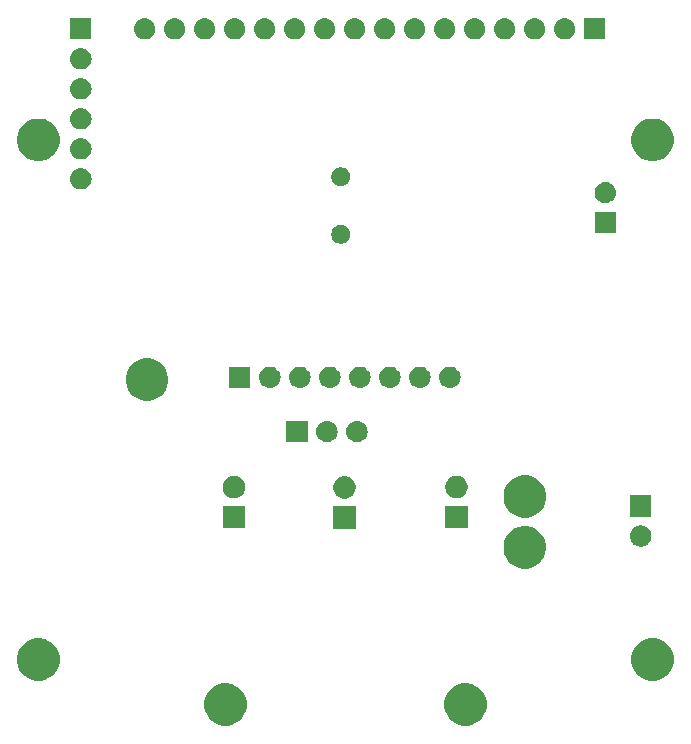
<source format=gbr>
G04 #@! TF.GenerationSoftware,KiCad,Pcbnew,(5.0.2)-1*
G04 #@! TF.CreationDate,2019-02-28T10:09:49+00:00*
G04 #@! TF.ProjectId,AircraftDataLogger,41697263-7261-4667-9444-6174614c6f67,rev?*
G04 #@! TF.SameCoordinates,Original*
G04 #@! TF.FileFunction,Soldermask,Bot*
G04 #@! TF.FilePolarity,Negative*
%FSLAX46Y46*%
G04 Gerber Fmt 4.6, Leading zero omitted, Abs format (unit mm)*
G04 Created by KiCad (PCBNEW (5.0.2)-1) date 28/02/2019 10:09:49*
%MOMM*%
%LPD*%
G01*
G04 APERTURE LIST*
%ADD10C,0.100000*%
G04 APERTURE END LIST*
D10*
G36*
X88885331Y-105068211D02*
X89213092Y-105203974D01*
X89508073Y-105401074D01*
X89758926Y-105651927D01*
X89956026Y-105946908D01*
X90091789Y-106274669D01*
X90161000Y-106622616D01*
X90161000Y-106977384D01*
X90091789Y-107325331D01*
X89956026Y-107653092D01*
X89758926Y-107948073D01*
X89508073Y-108198926D01*
X89213092Y-108396026D01*
X88885331Y-108531789D01*
X88537384Y-108601000D01*
X88182616Y-108601000D01*
X87834669Y-108531789D01*
X87506908Y-108396026D01*
X87211927Y-108198926D01*
X86961074Y-107948073D01*
X86763974Y-107653092D01*
X86628211Y-107325331D01*
X86559000Y-106977384D01*
X86559000Y-106622616D01*
X86628211Y-106274669D01*
X86763974Y-105946908D01*
X86961074Y-105651927D01*
X87211927Y-105401074D01*
X87506908Y-105203974D01*
X87834669Y-105068211D01*
X88182616Y-104999000D01*
X88537384Y-104999000D01*
X88885331Y-105068211D01*
X88885331Y-105068211D01*
G37*
G36*
X68565331Y-105068211D02*
X68893092Y-105203974D01*
X69188073Y-105401074D01*
X69438926Y-105651927D01*
X69636026Y-105946908D01*
X69771789Y-106274669D01*
X69841000Y-106622616D01*
X69841000Y-106977384D01*
X69771789Y-107325331D01*
X69636026Y-107653092D01*
X69438926Y-107948073D01*
X69188073Y-108198926D01*
X68893092Y-108396026D01*
X68565331Y-108531789D01*
X68217384Y-108601000D01*
X67862616Y-108601000D01*
X67514669Y-108531789D01*
X67186908Y-108396026D01*
X66891927Y-108198926D01*
X66641074Y-107948073D01*
X66443974Y-107653092D01*
X66308211Y-107325331D01*
X66239000Y-106977384D01*
X66239000Y-106622616D01*
X66308211Y-106274669D01*
X66443974Y-105946908D01*
X66641074Y-105651927D01*
X66891927Y-105401074D01*
X67186908Y-105203974D01*
X67514669Y-105068211D01*
X67862616Y-104999000D01*
X68217384Y-104999000D01*
X68565331Y-105068211D01*
X68565331Y-105068211D01*
G37*
G36*
X104725331Y-101268211D02*
X105053092Y-101403974D01*
X105348073Y-101601074D01*
X105598926Y-101851927D01*
X105796026Y-102146908D01*
X105931789Y-102474669D01*
X106001000Y-102822616D01*
X106001000Y-103177384D01*
X105931789Y-103525331D01*
X105796026Y-103853092D01*
X105598926Y-104148073D01*
X105348073Y-104398926D01*
X105053092Y-104596026D01*
X104725331Y-104731789D01*
X104377384Y-104801000D01*
X104022616Y-104801000D01*
X103674669Y-104731789D01*
X103346908Y-104596026D01*
X103051927Y-104398926D01*
X102801074Y-104148073D01*
X102603974Y-103853092D01*
X102468211Y-103525331D01*
X102399000Y-103177384D01*
X102399000Y-102822616D01*
X102468211Y-102474669D01*
X102603974Y-102146908D01*
X102801074Y-101851927D01*
X103051927Y-101601074D01*
X103346908Y-101403974D01*
X103674669Y-101268211D01*
X104022616Y-101199000D01*
X104377384Y-101199000D01*
X104725331Y-101268211D01*
X104725331Y-101268211D01*
G37*
G36*
X52725331Y-101268211D02*
X53053092Y-101403974D01*
X53348073Y-101601074D01*
X53598926Y-101851927D01*
X53796026Y-102146908D01*
X53931789Y-102474669D01*
X54001000Y-102822616D01*
X54001000Y-103177384D01*
X53931789Y-103525331D01*
X53796026Y-103853092D01*
X53598926Y-104148073D01*
X53348073Y-104398926D01*
X53053092Y-104596026D01*
X52725331Y-104731789D01*
X52377384Y-104801000D01*
X52022616Y-104801000D01*
X51674669Y-104731789D01*
X51346908Y-104596026D01*
X51051927Y-104398926D01*
X50801074Y-104148073D01*
X50603974Y-103853092D01*
X50468211Y-103525331D01*
X50399000Y-103177384D01*
X50399000Y-102822616D01*
X50468211Y-102474669D01*
X50603974Y-102146908D01*
X50801074Y-101851927D01*
X51051927Y-101601074D01*
X51346908Y-101403974D01*
X51674669Y-101268211D01*
X52022616Y-101199000D01*
X52377384Y-101199000D01*
X52725331Y-101268211D01*
X52725331Y-101268211D01*
G37*
G36*
X93925331Y-91768211D02*
X94253092Y-91903974D01*
X94548073Y-92101074D01*
X94798926Y-92351927D01*
X94996026Y-92646908D01*
X95131789Y-92974669D01*
X95201000Y-93322616D01*
X95201000Y-93677384D01*
X95131789Y-94025331D01*
X94996026Y-94353092D01*
X94798926Y-94648073D01*
X94548073Y-94898926D01*
X94253092Y-95096026D01*
X93925331Y-95231789D01*
X93577384Y-95301000D01*
X93222616Y-95301000D01*
X92874669Y-95231789D01*
X92546908Y-95096026D01*
X92251927Y-94898926D01*
X92001074Y-94648073D01*
X91803974Y-94353092D01*
X91668211Y-94025331D01*
X91599000Y-93677384D01*
X91599000Y-93322616D01*
X91668211Y-92974669D01*
X91803974Y-92646908D01*
X92001074Y-92351927D01*
X92251927Y-92101074D01*
X92546908Y-91903974D01*
X92874669Y-91768211D01*
X93222616Y-91699000D01*
X93577384Y-91699000D01*
X93925331Y-91768211D01*
X93925331Y-91768211D01*
G37*
G36*
X103310442Y-91645518D02*
X103376627Y-91652037D01*
X103489853Y-91686384D01*
X103546467Y-91703557D01*
X103667424Y-91768211D01*
X103702991Y-91787222D01*
X103738729Y-91816552D01*
X103840186Y-91899814D01*
X103923448Y-92001271D01*
X103952778Y-92037009D01*
X103952779Y-92037011D01*
X104036443Y-92193533D01*
X104036443Y-92193534D01*
X104087963Y-92363373D01*
X104105359Y-92540000D01*
X104087963Y-92716627D01*
X104053616Y-92829853D01*
X104036443Y-92886467D01*
X103989298Y-92974668D01*
X103952778Y-93042991D01*
X103923448Y-93078729D01*
X103840186Y-93180186D01*
X103738729Y-93263448D01*
X103702991Y-93292778D01*
X103702989Y-93292779D01*
X103546467Y-93376443D01*
X103489853Y-93393616D01*
X103376627Y-93427963D01*
X103310443Y-93434481D01*
X103244260Y-93441000D01*
X103155740Y-93441000D01*
X103089557Y-93434481D01*
X103023373Y-93427963D01*
X102910147Y-93393616D01*
X102853533Y-93376443D01*
X102697011Y-93292779D01*
X102697009Y-93292778D01*
X102661271Y-93263448D01*
X102559814Y-93180186D01*
X102476552Y-93078729D01*
X102447222Y-93042991D01*
X102410702Y-92974668D01*
X102363557Y-92886467D01*
X102346384Y-92829853D01*
X102312037Y-92716627D01*
X102294641Y-92540000D01*
X102312037Y-92363373D01*
X102363557Y-92193534D01*
X102363557Y-92193533D01*
X102447221Y-92037011D01*
X102447222Y-92037009D01*
X102476552Y-92001271D01*
X102559814Y-91899814D01*
X102661271Y-91816552D01*
X102697009Y-91787222D01*
X102732576Y-91768211D01*
X102853533Y-91703557D01*
X102910147Y-91686384D01*
X103023373Y-91652037D01*
X103089558Y-91645518D01*
X103155740Y-91639000D01*
X103244260Y-91639000D01*
X103310442Y-91645518D01*
X103310442Y-91645518D01*
G37*
G36*
X79075000Y-91915600D02*
X77173000Y-91915600D01*
X77173000Y-90013600D01*
X79075000Y-90013600D01*
X79075000Y-91915600D01*
X79075000Y-91915600D01*
G37*
G36*
X69701000Y-91901000D02*
X67799000Y-91901000D01*
X67799000Y-89999000D01*
X69701000Y-89999000D01*
X69701000Y-91901000D01*
X69701000Y-91901000D01*
G37*
G36*
X88551000Y-91901000D02*
X86649000Y-91901000D01*
X86649000Y-89999000D01*
X88551000Y-89999000D01*
X88551000Y-91901000D01*
X88551000Y-91901000D01*
G37*
G36*
X93925331Y-87468211D02*
X94253092Y-87603974D01*
X94548073Y-87801074D01*
X94798926Y-88051927D01*
X94996026Y-88346908D01*
X95131789Y-88674669D01*
X95201000Y-89022616D01*
X95201000Y-89377384D01*
X95131789Y-89725331D01*
X94996026Y-90053092D01*
X94798926Y-90348073D01*
X94548073Y-90598926D01*
X94253092Y-90796026D01*
X93925331Y-90931789D01*
X93577384Y-91001000D01*
X93222616Y-91001000D01*
X92874669Y-90931789D01*
X92546908Y-90796026D01*
X92251927Y-90598926D01*
X92001074Y-90348073D01*
X91803974Y-90053092D01*
X91668211Y-89725331D01*
X91599000Y-89377384D01*
X91599000Y-89022616D01*
X91668211Y-88674669D01*
X91803974Y-88346908D01*
X92001074Y-88051927D01*
X92251927Y-87801074D01*
X92546908Y-87603974D01*
X92874669Y-87468211D01*
X93222616Y-87399000D01*
X93577384Y-87399000D01*
X93925331Y-87468211D01*
X93925331Y-87468211D01*
G37*
G36*
X104101000Y-90901000D02*
X102299000Y-90901000D01*
X102299000Y-89099000D01*
X104101000Y-89099000D01*
X104101000Y-90901000D01*
X104101000Y-90901000D01*
G37*
G36*
X78401396Y-87510146D02*
X78574466Y-87581834D01*
X78730230Y-87685912D01*
X78862688Y-87818370D01*
X78966766Y-87974134D01*
X79038454Y-88147204D01*
X79075000Y-88330933D01*
X79075000Y-88518267D01*
X79038454Y-88701996D01*
X78966766Y-88875066D01*
X78862688Y-89030830D01*
X78730230Y-89163288D01*
X78574466Y-89267366D01*
X78401396Y-89339054D01*
X78217667Y-89375600D01*
X78030333Y-89375600D01*
X77846604Y-89339054D01*
X77673534Y-89267366D01*
X77517770Y-89163288D01*
X77385312Y-89030830D01*
X77281234Y-88875066D01*
X77209546Y-88701996D01*
X77173000Y-88518267D01*
X77173000Y-88330933D01*
X77209546Y-88147204D01*
X77281234Y-87974134D01*
X77385312Y-87818370D01*
X77517770Y-87685912D01*
X77673534Y-87581834D01*
X77846604Y-87510146D01*
X78030333Y-87473600D01*
X78217667Y-87473600D01*
X78401396Y-87510146D01*
X78401396Y-87510146D01*
G37*
G36*
X87877396Y-87495546D02*
X88050466Y-87567234D01*
X88206230Y-87671312D01*
X88338688Y-87803770D01*
X88442766Y-87959534D01*
X88514454Y-88132604D01*
X88551000Y-88316333D01*
X88551000Y-88503667D01*
X88514454Y-88687396D01*
X88442766Y-88860466D01*
X88338688Y-89016230D01*
X88206230Y-89148688D01*
X88050466Y-89252766D01*
X87877396Y-89324454D01*
X87693667Y-89361000D01*
X87506333Y-89361000D01*
X87322604Y-89324454D01*
X87149534Y-89252766D01*
X86993770Y-89148688D01*
X86861312Y-89016230D01*
X86757234Y-88860466D01*
X86685546Y-88687396D01*
X86649000Y-88503667D01*
X86649000Y-88316333D01*
X86685546Y-88132604D01*
X86757234Y-87959534D01*
X86861312Y-87803770D01*
X86993770Y-87671312D01*
X87149534Y-87567234D01*
X87322604Y-87495546D01*
X87506333Y-87459000D01*
X87693667Y-87459000D01*
X87877396Y-87495546D01*
X87877396Y-87495546D01*
G37*
G36*
X69027396Y-87495546D02*
X69200466Y-87567234D01*
X69356230Y-87671312D01*
X69488688Y-87803770D01*
X69592766Y-87959534D01*
X69664454Y-88132604D01*
X69701000Y-88316333D01*
X69701000Y-88503667D01*
X69664454Y-88687396D01*
X69592766Y-88860466D01*
X69488688Y-89016230D01*
X69356230Y-89148688D01*
X69200466Y-89252766D01*
X69027396Y-89324454D01*
X68843667Y-89361000D01*
X68656333Y-89361000D01*
X68472604Y-89324454D01*
X68299534Y-89252766D01*
X68143770Y-89148688D01*
X68011312Y-89016230D01*
X67907234Y-88860466D01*
X67835546Y-88687396D01*
X67799000Y-88503667D01*
X67799000Y-88316333D01*
X67835546Y-88132604D01*
X67907234Y-87959534D01*
X68011312Y-87803770D01*
X68143770Y-87671312D01*
X68299534Y-87567234D01*
X68472604Y-87495546D01*
X68656333Y-87459000D01*
X68843667Y-87459000D01*
X69027396Y-87495546D01*
X69027396Y-87495546D01*
G37*
G36*
X75001000Y-84601000D02*
X73199000Y-84601000D01*
X73199000Y-82799000D01*
X75001000Y-82799000D01*
X75001000Y-84601000D01*
X75001000Y-84601000D01*
G37*
G36*
X76750443Y-82805519D02*
X76816627Y-82812037D01*
X76929853Y-82846384D01*
X76986467Y-82863557D01*
X77125087Y-82937652D01*
X77142991Y-82947222D01*
X77178729Y-82976552D01*
X77280186Y-83059814D01*
X77363448Y-83161271D01*
X77392778Y-83197009D01*
X77392779Y-83197011D01*
X77476443Y-83353533D01*
X77476443Y-83353534D01*
X77527963Y-83523373D01*
X77545359Y-83700000D01*
X77527963Y-83876627D01*
X77493616Y-83989853D01*
X77476443Y-84046467D01*
X77402348Y-84185087D01*
X77392778Y-84202991D01*
X77363448Y-84238729D01*
X77280186Y-84340186D01*
X77178729Y-84423448D01*
X77142991Y-84452778D01*
X77142989Y-84452779D01*
X76986467Y-84536443D01*
X76929853Y-84553616D01*
X76816627Y-84587963D01*
X76750442Y-84594482D01*
X76684260Y-84601000D01*
X76595740Y-84601000D01*
X76529558Y-84594482D01*
X76463373Y-84587963D01*
X76350147Y-84553616D01*
X76293533Y-84536443D01*
X76137011Y-84452779D01*
X76137009Y-84452778D01*
X76101271Y-84423448D01*
X75999814Y-84340186D01*
X75916552Y-84238729D01*
X75887222Y-84202991D01*
X75877652Y-84185087D01*
X75803557Y-84046467D01*
X75786384Y-83989853D01*
X75752037Y-83876627D01*
X75734641Y-83700000D01*
X75752037Y-83523373D01*
X75803557Y-83353534D01*
X75803557Y-83353533D01*
X75887221Y-83197011D01*
X75887222Y-83197009D01*
X75916552Y-83161271D01*
X75999814Y-83059814D01*
X76101271Y-82976552D01*
X76137009Y-82947222D01*
X76154913Y-82937652D01*
X76293533Y-82863557D01*
X76350147Y-82846384D01*
X76463373Y-82812037D01*
X76529557Y-82805519D01*
X76595740Y-82799000D01*
X76684260Y-82799000D01*
X76750443Y-82805519D01*
X76750443Y-82805519D01*
G37*
G36*
X79290443Y-82805519D02*
X79356627Y-82812037D01*
X79469853Y-82846384D01*
X79526467Y-82863557D01*
X79665087Y-82937652D01*
X79682991Y-82947222D01*
X79718729Y-82976552D01*
X79820186Y-83059814D01*
X79903448Y-83161271D01*
X79932778Y-83197009D01*
X79932779Y-83197011D01*
X80016443Y-83353533D01*
X80016443Y-83353534D01*
X80067963Y-83523373D01*
X80085359Y-83700000D01*
X80067963Y-83876627D01*
X80033616Y-83989853D01*
X80016443Y-84046467D01*
X79942348Y-84185087D01*
X79932778Y-84202991D01*
X79903448Y-84238729D01*
X79820186Y-84340186D01*
X79718729Y-84423448D01*
X79682991Y-84452778D01*
X79682989Y-84452779D01*
X79526467Y-84536443D01*
X79469853Y-84553616D01*
X79356627Y-84587963D01*
X79290442Y-84594482D01*
X79224260Y-84601000D01*
X79135740Y-84601000D01*
X79069558Y-84594482D01*
X79003373Y-84587963D01*
X78890147Y-84553616D01*
X78833533Y-84536443D01*
X78677011Y-84452779D01*
X78677009Y-84452778D01*
X78641271Y-84423448D01*
X78539814Y-84340186D01*
X78456552Y-84238729D01*
X78427222Y-84202991D01*
X78417652Y-84185087D01*
X78343557Y-84046467D01*
X78326384Y-83989853D01*
X78292037Y-83876627D01*
X78274641Y-83700000D01*
X78292037Y-83523373D01*
X78343557Y-83353534D01*
X78343557Y-83353533D01*
X78427221Y-83197011D01*
X78427222Y-83197009D01*
X78456552Y-83161271D01*
X78539814Y-83059814D01*
X78641271Y-82976552D01*
X78677009Y-82947222D01*
X78694913Y-82937652D01*
X78833533Y-82863557D01*
X78890147Y-82846384D01*
X79003373Y-82812037D01*
X79069557Y-82805519D01*
X79135740Y-82799000D01*
X79224260Y-82799000D01*
X79290443Y-82805519D01*
X79290443Y-82805519D01*
G37*
G36*
X61925331Y-77568211D02*
X62253092Y-77703974D01*
X62548073Y-77901074D01*
X62798926Y-78151927D01*
X62996026Y-78446908D01*
X63131789Y-78774669D01*
X63201000Y-79122616D01*
X63201000Y-79477384D01*
X63131789Y-79825331D01*
X62996026Y-80153092D01*
X62798926Y-80448073D01*
X62548073Y-80698926D01*
X62253092Y-80896026D01*
X61925331Y-81031789D01*
X61577384Y-81101000D01*
X61222616Y-81101000D01*
X60874669Y-81031789D01*
X60546908Y-80896026D01*
X60251927Y-80698926D01*
X60001074Y-80448073D01*
X59803974Y-80153092D01*
X59668211Y-79825331D01*
X59599000Y-79477384D01*
X59599000Y-79122616D01*
X59668211Y-78774669D01*
X59803974Y-78446908D01*
X60001074Y-78151927D01*
X60251927Y-77901074D01*
X60546908Y-77703974D01*
X60874669Y-77568211D01*
X61222616Y-77499000D01*
X61577384Y-77499000D01*
X61925331Y-77568211D01*
X61925331Y-77568211D01*
G37*
G36*
X70161000Y-80001000D02*
X68359000Y-80001000D01*
X68359000Y-78199000D01*
X70161000Y-78199000D01*
X70161000Y-80001000D01*
X70161000Y-80001000D01*
G37*
G36*
X71910442Y-78205518D02*
X71976627Y-78212037D01*
X72089853Y-78246384D01*
X72146467Y-78263557D01*
X72285087Y-78337652D01*
X72302991Y-78347222D01*
X72338729Y-78376552D01*
X72440186Y-78459814D01*
X72523448Y-78561271D01*
X72552778Y-78597009D01*
X72552779Y-78597011D01*
X72636443Y-78753533D01*
X72636443Y-78753534D01*
X72687963Y-78923373D01*
X72705359Y-79100000D01*
X72687963Y-79276627D01*
X72653616Y-79389853D01*
X72636443Y-79446467D01*
X72619917Y-79477384D01*
X72552778Y-79602991D01*
X72523448Y-79638729D01*
X72440186Y-79740186D01*
X72338729Y-79823448D01*
X72302991Y-79852778D01*
X72302989Y-79852779D01*
X72146467Y-79936443D01*
X72089853Y-79953616D01*
X71976627Y-79987963D01*
X71910442Y-79994482D01*
X71844260Y-80001000D01*
X71755740Y-80001000D01*
X71689558Y-79994482D01*
X71623373Y-79987963D01*
X71510147Y-79953616D01*
X71453533Y-79936443D01*
X71297011Y-79852779D01*
X71297009Y-79852778D01*
X71261271Y-79823448D01*
X71159814Y-79740186D01*
X71076552Y-79638729D01*
X71047222Y-79602991D01*
X70980083Y-79477384D01*
X70963557Y-79446467D01*
X70946384Y-79389853D01*
X70912037Y-79276627D01*
X70894641Y-79100000D01*
X70912037Y-78923373D01*
X70963557Y-78753534D01*
X70963557Y-78753533D01*
X71047221Y-78597011D01*
X71047222Y-78597009D01*
X71076552Y-78561271D01*
X71159814Y-78459814D01*
X71261271Y-78376552D01*
X71297009Y-78347222D01*
X71314913Y-78337652D01*
X71453533Y-78263557D01*
X71510147Y-78246384D01*
X71623373Y-78212037D01*
X71689558Y-78205518D01*
X71755740Y-78199000D01*
X71844260Y-78199000D01*
X71910442Y-78205518D01*
X71910442Y-78205518D01*
G37*
G36*
X74450442Y-78205518D02*
X74516627Y-78212037D01*
X74629853Y-78246384D01*
X74686467Y-78263557D01*
X74825087Y-78337652D01*
X74842991Y-78347222D01*
X74878729Y-78376552D01*
X74980186Y-78459814D01*
X75063448Y-78561271D01*
X75092778Y-78597009D01*
X75092779Y-78597011D01*
X75176443Y-78753533D01*
X75176443Y-78753534D01*
X75227963Y-78923373D01*
X75245359Y-79100000D01*
X75227963Y-79276627D01*
X75193616Y-79389853D01*
X75176443Y-79446467D01*
X75159917Y-79477384D01*
X75092778Y-79602991D01*
X75063448Y-79638729D01*
X74980186Y-79740186D01*
X74878729Y-79823448D01*
X74842991Y-79852778D01*
X74842989Y-79852779D01*
X74686467Y-79936443D01*
X74629853Y-79953616D01*
X74516627Y-79987963D01*
X74450442Y-79994482D01*
X74384260Y-80001000D01*
X74295740Y-80001000D01*
X74229558Y-79994482D01*
X74163373Y-79987963D01*
X74050147Y-79953616D01*
X73993533Y-79936443D01*
X73837011Y-79852779D01*
X73837009Y-79852778D01*
X73801271Y-79823448D01*
X73699814Y-79740186D01*
X73616552Y-79638729D01*
X73587222Y-79602991D01*
X73520083Y-79477384D01*
X73503557Y-79446467D01*
X73486384Y-79389853D01*
X73452037Y-79276627D01*
X73434641Y-79100000D01*
X73452037Y-78923373D01*
X73503557Y-78753534D01*
X73503557Y-78753533D01*
X73587221Y-78597011D01*
X73587222Y-78597009D01*
X73616552Y-78561271D01*
X73699814Y-78459814D01*
X73801271Y-78376552D01*
X73837009Y-78347222D01*
X73854913Y-78337652D01*
X73993533Y-78263557D01*
X74050147Y-78246384D01*
X74163373Y-78212037D01*
X74229558Y-78205518D01*
X74295740Y-78199000D01*
X74384260Y-78199000D01*
X74450442Y-78205518D01*
X74450442Y-78205518D01*
G37*
G36*
X76990442Y-78205518D02*
X77056627Y-78212037D01*
X77169853Y-78246384D01*
X77226467Y-78263557D01*
X77365087Y-78337652D01*
X77382991Y-78347222D01*
X77418729Y-78376552D01*
X77520186Y-78459814D01*
X77603448Y-78561271D01*
X77632778Y-78597009D01*
X77632779Y-78597011D01*
X77716443Y-78753533D01*
X77716443Y-78753534D01*
X77767963Y-78923373D01*
X77785359Y-79100000D01*
X77767963Y-79276627D01*
X77733616Y-79389853D01*
X77716443Y-79446467D01*
X77699917Y-79477384D01*
X77632778Y-79602991D01*
X77603448Y-79638729D01*
X77520186Y-79740186D01*
X77418729Y-79823448D01*
X77382991Y-79852778D01*
X77382989Y-79852779D01*
X77226467Y-79936443D01*
X77169853Y-79953616D01*
X77056627Y-79987963D01*
X76990442Y-79994482D01*
X76924260Y-80001000D01*
X76835740Y-80001000D01*
X76769558Y-79994482D01*
X76703373Y-79987963D01*
X76590147Y-79953616D01*
X76533533Y-79936443D01*
X76377011Y-79852779D01*
X76377009Y-79852778D01*
X76341271Y-79823448D01*
X76239814Y-79740186D01*
X76156552Y-79638729D01*
X76127222Y-79602991D01*
X76060083Y-79477384D01*
X76043557Y-79446467D01*
X76026384Y-79389853D01*
X75992037Y-79276627D01*
X75974641Y-79100000D01*
X75992037Y-78923373D01*
X76043557Y-78753534D01*
X76043557Y-78753533D01*
X76127221Y-78597011D01*
X76127222Y-78597009D01*
X76156552Y-78561271D01*
X76239814Y-78459814D01*
X76341271Y-78376552D01*
X76377009Y-78347222D01*
X76394913Y-78337652D01*
X76533533Y-78263557D01*
X76590147Y-78246384D01*
X76703373Y-78212037D01*
X76769558Y-78205518D01*
X76835740Y-78199000D01*
X76924260Y-78199000D01*
X76990442Y-78205518D01*
X76990442Y-78205518D01*
G37*
G36*
X79530442Y-78205518D02*
X79596627Y-78212037D01*
X79709853Y-78246384D01*
X79766467Y-78263557D01*
X79905087Y-78337652D01*
X79922991Y-78347222D01*
X79958729Y-78376552D01*
X80060186Y-78459814D01*
X80143448Y-78561271D01*
X80172778Y-78597009D01*
X80172779Y-78597011D01*
X80256443Y-78753533D01*
X80256443Y-78753534D01*
X80307963Y-78923373D01*
X80325359Y-79100000D01*
X80307963Y-79276627D01*
X80273616Y-79389853D01*
X80256443Y-79446467D01*
X80239917Y-79477384D01*
X80172778Y-79602991D01*
X80143448Y-79638729D01*
X80060186Y-79740186D01*
X79958729Y-79823448D01*
X79922991Y-79852778D01*
X79922989Y-79852779D01*
X79766467Y-79936443D01*
X79709853Y-79953616D01*
X79596627Y-79987963D01*
X79530442Y-79994482D01*
X79464260Y-80001000D01*
X79375740Y-80001000D01*
X79309558Y-79994482D01*
X79243373Y-79987963D01*
X79130147Y-79953616D01*
X79073533Y-79936443D01*
X78917011Y-79852779D01*
X78917009Y-79852778D01*
X78881271Y-79823448D01*
X78779814Y-79740186D01*
X78696552Y-79638729D01*
X78667222Y-79602991D01*
X78600083Y-79477384D01*
X78583557Y-79446467D01*
X78566384Y-79389853D01*
X78532037Y-79276627D01*
X78514641Y-79100000D01*
X78532037Y-78923373D01*
X78583557Y-78753534D01*
X78583557Y-78753533D01*
X78667221Y-78597011D01*
X78667222Y-78597009D01*
X78696552Y-78561271D01*
X78779814Y-78459814D01*
X78881271Y-78376552D01*
X78917009Y-78347222D01*
X78934913Y-78337652D01*
X79073533Y-78263557D01*
X79130147Y-78246384D01*
X79243373Y-78212037D01*
X79309558Y-78205518D01*
X79375740Y-78199000D01*
X79464260Y-78199000D01*
X79530442Y-78205518D01*
X79530442Y-78205518D01*
G37*
G36*
X82070442Y-78205518D02*
X82136627Y-78212037D01*
X82249853Y-78246384D01*
X82306467Y-78263557D01*
X82445087Y-78337652D01*
X82462991Y-78347222D01*
X82498729Y-78376552D01*
X82600186Y-78459814D01*
X82683448Y-78561271D01*
X82712778Y-78597009D01*
X82712779Y-78597011D01*
X82796443Y-78753533D01*
X82796443Y-78753534D01*
X82847963Y-78923373D01*
X82865359Y-79100000D01*
X82847963Y-79276627D01*
X82813616Y-79389853D01*
X82796443Y-79446467D01*
X82779917Y-79477384D01*
X82712778Y-79602991D01*
X82683448Y-79638729D01*
X82600186Y-79740186D01*
X82498729Y-79823448D01*
X82462991Y-79852778D01*
X82462989Y-79852779D01*
X82306467Y-79936443D01*
X82249853Y-79953616D01*
X82136627Y-79987963D01*
X82070442Y-79994482D01*
X82004260Y-80001000D01*
X81915740Y-80001000D01*
X81849558Y-79994482D01*
X81783373Y-79987963D01*
X81670147Y-79953616D01*
X81613533Y-79936443D01*
X81457011Y-79852779D01*
X81457009Y-79852778D01*
X81421271Y-79823448D01*
X81319814Y-79740186D01*
X81236552Y-79638729D01*
X81207222Y-79602991D01*
X81140083Y-79477384D01*
X81123557Y-79446467D01*
X81106384Y-79389853D01*
X81072037Y-79276627D01*
X81054641Y-79100000D01*
X81072037Y-78923373D01*
X81123557Y-78753534D01*
X81123557Y-78753533D01*
X81207221Y-78597011D01*
X81207222Y-78597009D01*
X81236552Y-78561271D01*
X81319814Y-78459814D01*
X81421271Y-78376552D01*
X81457009Y-78347222D01*
X81474913Y-78337652D01*
X81613533Y-78263557D01*
X81670147Y-78246384D01*
X81783373Y-78212037D01*
X81849558Y-78205518D01*
X81915740Y-78199000D01*
X82004260Y-78199000D01*
X82070442Y-78205518D01*
X82070442Y-78205518D01*
G37*
G36*
X84610442Y-78205518D02*
X84676627Y-78212037D01*
X84789853Y-78246384D01*
X84846467Y-78263557D01*
X84985087Y-78337652D01*
X85002991Y-78347222D01*
X85038729Y-78376552D01*
X85140186Y-78459814D01*
X85223448Y-78561271D01*
X85252778Y-78597009D01*
X85252779Y-78597011D01*
X85336443Y-78753533D01*
X85336443Y-78753534D01*
X85387963Y-78923373D01*
X85405359Y-79100000D01*
X85387963Y-79276627D01*
X85353616Y-79389853D01*
X85336443Y-79446467D01*
X85319917Y-79477384D01*
X85252778Y-79602991D01*
X85223448Y-79638729D01*
X85140186Y-79740186D01*
X85038729Y-79823448D01*
X85002991Y-79852778D01*
X85002989Y-79852779D01*
X84846467Y-79936443D01*
X84789853Y-79953616D01*
X84676627Y-79987963D01*
X84610442Y-79994482D01*
X84544260Y-80001000D01*
X84455740Y-80001000D01*
X84389558Y-79994482D01*
X84323373Y-79987963D01*
X84210147Y-79953616D01*
X84153533Y-79936443D01*
X83997011Y-79852779D01*
X83997009Y-79852778D01*
X83961271Y-79823448D01*
X83859814Y-79740186D01*
X83776552Y-79638729D01*
X83747222Y-79602991D01*
X83680083Y-79477384D01*
X83663557Y-79446467D01*
X83646384Y-79389853D01*
X83612037Y-79276627D01*
X83594641Y-79100000D01*
X83612037Y-78923373D01*
X83663557Y-78753534D01*
X83663557Y-78753533D01*
X83747221Y-78597011D01*
X83747222Y-78597009D01*
X83776552Y-78561271D01*
X83859814Y-78459814D01*
X83961271Y-78376552D01*
X83997009Y-78347222D01*
X84014913Y-78337652D01*
X84153533Y-78263557D01*
X84210147Y-78246384D01*
X84323373Y-78212037D01*
X84389558Y-78205518D01*
X84455740Y-78199000D01*
X84544260Y-78199000D01*
X84610442Y-78205518D01*
X84610442Y-78205518D01*
G37*
G36*
X87150442Y-78205518D02*
X87216627Y-78212037D01*
X87329853Y-78246384D01*
X87386467Y-78263557D01*
X87525087Y-78337652D01*
X87542991Y-78347222D01*
X87578729Y-78376552D01*
X87680186Y-78459814D01*
X87763448Y-78561271D01*
X87792778Y-78597009D01*
X87792779Y-78597011D01*
X87876443Y-78753533D01*
X87876443Y-78753534D01*
X87927963Y-78923373D01*
X87945359Y-79100000D01*
X87927963Y-79276627D01*
X87893616Y-79389853D01*
X87876443Y-79446467D01*
X87859917Y-79477384D01*
X87792778Y-79602991D01*
X87763448Y-79638729D01*
X87680186Y-79740186D01*
X87578729Y-79823448D01*
X87542991Y-79852778D01*
X87542989Y-79852779D01*
X87386467Y-79936443D01*
X87329853Y-79953616D01*
X87216627Y-79987963D01*
X87150442Y-79994482D01*
X87084260Y-80001000D01*
X86995740Y-80001000D01*
X86929558Y-79994482D01*
X86863373Y-79987963D01*
X86750147Y-79953616D01*
X86693533Y-79936443D01*
X86537011Y-79852779D01*
X86537009Y-79852778D01*
X86501271Y-79823448D01*
X86399814Y-79740186D01*
X86316552Y-79638729D01*
X86287222Y-79602991D01*
X86220083Y-79477384D01*
X86203557Y-79446467D01*
X86186384Y-79389853D01*
X86152037Y-79276627D01*
X86134641Y-79100000D01*
X86152037Y-78923373D01*
X86203557Y-78753534D01*
X86203557Y-78753533D01*
X86287221Y-78597011D01*
X86287222Y-78597009D01*
X86316552Y-78561271D01*
X86399814Y-78459814D01*
X86501271Y-78376552D01*
X86537009Y-78347222D01*
X86554913Y-78337652D01*
X86693533Y-78263557D01*
X86750147Y-78246384D01*
X86863373Y-78212037D01*
X86929558Y-78205518D01*
X86995740Y-78199000D01*
X87084260Y-78199000D01*
X87150442Y-78205518D01*
X87150442Y-78205518D01*
G37*
G36*
X78033643Y-66229781D02*
X78179415Y-66290162D01*
X78310611Y-66377824D01*
X78422176Y-66489389D01*
X78509838Y-66620585D01*
X78570219Y-66766357D01*
X78601000Y-66921107D01*
X78601000Y-67078893D01*
X78570219Y-67233643D01*
X78509838Y-67379415D01*
X78422176Y-67510611D01*
X78310611Y-67622176D01*
X78179415Y-67709838D01*
X78033643Y-67770219D01*
X77878893Y-67801000D01*
X77721107Y-67801000D01*
X77566357Y-67770219D01*
X77420585Y-67709838D01*
X77289389Y-67622176D01*
X77177824Y-67510611D01*
X77090162Y-67379415D01*
X77029781Y-67233643D01*
X76999000Y-67078893D01*
X76999000Y-66921107D01*
X77029781Y-66766357D01*
X77090162Y-66620585D01*
X77177824Y-66489389D01*
X77289389Y-66377824D01*
X77420585Y-66290162D01*
X77566357Y-66229781D01*
X77721107Y-66199000D01*
X77878893Y-66199000D01*
X78033643Y-66229781D01*
X78033643Y-66229781D01*
G37*
G36*
X101101000Y-66901000D02*
X99299000Y-66901000D01*
X99299000Y-65099000D01*
X101101000Y-65099000D01*
X101101000Y-66901000D01*
X101101000Y-66901000D01*
G37*
G36*
X100310443Y-62565519D02*
X100376627Y-62572037D01*
X100489853Y-62606384D01*
X100546467Y-62623557D01*
X100685087Y-62697652D01*
X100702991Y-62707222D01*
X100738729Y-62736552D01*
X100840186Y-62819814D01*
X100923226Y-62921000D01*
X100952778Y-62957009D01*
X100952779Y-62957011D01*
X101036443Y-63113533D01*
X101053616Y-63170147D01*
X101087963Y-63283373D01*
X101105359Y-63460000D01*
X101087963Y-63636627D01*
X101053616Y-63749853D01*
X101036443Y-63806467D01*
X100962348Y-63945087D01*
X100952778Y-63962991D01*
X100923448Y-63998729D01*
X100840186Y-64100186D01*
X100738729Y-64183448D01*
X100702991Y-64212778D01*
X100702989Y-64212779D01*
X100546467Y-64296443D01*
X100489853Y-64313616D01*
X100376627Y-64347963D01*
X100310442Y-64354482D01*
X100244260Y-64361000D01*
X100155740Y-64361000D01*
X100089558Y-64354482D01*
X100023373Y-64347963D01*
X99910147Y-64313616D01*
X99853533Y-64296443D01*
X99697011Y-64212779D01*
X99697009Y-64212778D01*
X99661271Y-64183448D01*
X99559814Y-64100186D01*
X99476552Y-63998729D01*
X99447222Y-63962991D01*
X99437652Y-63945087D01*
X99363557Y-63806467D01*
X99346384Y-63749853D01*
X99312037Y-63636627D01*
X99294641Y-63460000D01*
X99312037Y-63283373D01*
X99346384Y-63170147D01*
X99363557Y-63113533D01*
X99447221Y-62957011D01*
X99447222Y-62957009D01*
X99476774Y-62921000D01*
X99559814Y-62819814D01*
X99661271Y-62736552D01*
X99697009Y-62707222D01*
X99714913Y-62697652D01*
X99853533Y-62623557D01*
X99910147Y-62606384D01*
X100023373Y-62572037D01*
X100089557Y-62565519D01*
X100155740Y-62559000D01*
X100244260Y-62559000D01*
X100310443Y-62565519D01*
X100310443Y-62565519D01*
G37*
G36*
X55910442Y-61405518D02*
X55976627Y-61412037D01*
X56089853Y-61446384D01*
X56146467Y-61463557D01*
X56210571Y-61497822D01*
X56302991Y-61547222D01*
X56338729Y-61576552D01*
X56440186Y-61659814D01*
X56506471Y-61740584D01*
X56552778Y-61797009D01*
X56552779Y-61797011D01*
X56636443Y-61953533D01*
X56636443Y-61953534D01*
X56687963Y-62123373D01*
X56705359Y-62300000D01*
X56687963Y-62476627D01*
X56681050Y-62499415D01*
X56636443Y-62646467D01*
X56562348Y-62785087D01*
X56552778Y-62802991D01*
X56530746Y-62829837D01*
X56440186Y-62940186D01*
X56338729Y-63023448D01*
X56302991Y-63052778D01*
X56302989Y-63052779D01*
X56146467Y-63136443D01*
X56089853Y-63153616D01*
X55976627Y-63187963D01*
X55910443Y-63194481D01*
X55844260Y-63201000D01*
X55755740Y-63201000D01*
X55689557Y-63194481D01*
X55623373Y-63187963D01*
X55510147Y-63153616D01*
X55453533Y-63136443D01*
X55297011Y-63052779D01*
X55297009Y-63052778D01*
X55261271Y-63023448D01*
X55159814Y-62940186D01*
X55069254Y-62829837D01*
X55047222Y-62802991D01*
X55037652Y-62785087D01*
X54963557Y-62646467D01*
X54918950Y-62499415D01*
X54912037Y-62476627D01*
X54894641Y-62300000D01*
X54912037Y-62123373D01*
X54963557Y-61953534D01*
X54963557Y-61953533D01*
X55047221Y-61797011D01*
X55047222Y-61797009D01*
X55093529Y-61740584D01*
X55159814Y-61659814D01*
X55261271Y-61576552D01*
X55297009Y-61547222D01*
X55389429Y-61497822D01*
X55453533Y-61463557D01*
X55510147Y-61446384D01*
X55623373Y-61412037D01*
X55689558Y-61405518D01*
X55755740Y-61399000D01*
X55844260Y-61399000D01*
X55910442Y-61405518D01*
X55910442Y-61405518D01*
G37*
G36*
X78033643Y-61349781D02*
X78179415Y-61410162D01*
X78310611Y-61497824D01*
X78422176Y-61609389D01*
X78509838Y-61740585D01*
X78570219Y-61886357D01*
X78601000Y-62041107D01*
X78601000Y-62198893D01*
X78570219Y-62353643D01*
X78509838Y-62499415D01*
X78422176Y-62630611D01*
X78310611Y-62742176D01*
X78179415Y-62829838D01*
X78033643Y-62890219D01*
X77878893Y-62921000D01*
X77721107Y-62921000D01*
X77566357Y-62890219D01*
X77420585Y-62829838D01*
X77289389Y-62742176D01*
X77177824Y-62630611D01*
X77090162Y-62499415D01*
X77029781Y-62353643D01*
X76999000Y-62198893D01*
X76999000Y-62041107D01*
X77029781Y-61886357D01*
X77090162Y-61740585D01*
X77177824Y-61609389D01*
X77289389Y-61497824D01*
X77420585Y-61410162D01*
X77566357Y-61349781D01*
X77721107Y-61319000D01*
X77878893Y-61319000D01*
X78033643Y-61349781D01*
X78033643Y-61349781D01*
G37*
G36*
X52725331Y-57268211D02*
X53053092Y-57403974D01*
X53348073Y-57601074D01*
X53598926Y-57851927D01*
X53796026Y-58146908D01*
X53931789Y-58474669D01*
X54001000Y-58822616D01*
X54001000Y-59177384D01*
X53931789Y-59525331D01*
X53796026Y-59853092D01*
X53598926Y-60148073D01*
X53348073Y-60398926D01*
X53053092Y-60596026D01*
X52725331Y-60731789D01*
X52377384Y-60801000D01*
X52022616Y-60801000D01*
X51674669Y-60731789D01*
X51346908Y-60596026D01*
X51051927Y-60398926D01*
X50801074Y-60148073D01*
X50603974Y-59853092D01*
X50468211Y-59525331D01*
X50399000Y-59177384D01*
X50399000Y-58822616D01*
X50468211Y-58474669D01*
X50603974Y-58146908D01*
X50801074Y-57851927D01*
X51051927Y-57601074D01*
X51346908Y-57403974D01*
X51674669Y-57268211D01*
X52022616Y-57199000D01*
X52377384Y-57199000D01*
X52725331Y-57268211D01*
X52725331Y-57268211D01*
G37*
G36*
X104725331Y-57268211D02*
X105053092Y-57403974D01*
X105348073Y-57601074D01*
X105598926Y-57851927D01*
X105796026Y-58146908D01*
X105931789Y-58474669D01*
X106001000Y-58822616D01*
X106001000Y-59177384D01*
X105931789Y-59525331D01*
X105796026Y-59853092D01*
X105598926Y-60148073D01*
X105348073Y-60398926D01*
X105053092Y-60596026D01*
X104725331Y-60731789D01*
X104377384Y-60801000D01*
X104022616Y-60801000D01*
X103674669Y-60731789D01*
X103346908Y-60596026D01*
X103051927Y-60398926D01*
X102801074Y-60148073D01*
X102603974Y-59853092D01*
X102468211Y-59525331D01*
X102399000Y-59177384D01*
X102399000Y-58822616D01*
X102468211Y-58474669D01*
X102603974Y-58146908D01*
X102801074Y-57851927D01*
X103051927Y-57601074D01*
X103346908Y-57403974D01*
X103674669Y-57268211D01*
X104022616Y-57199000D01*
X104377384Y-57199000D01*
X104725331Y-57268211D01*
X104725331Y-57268211D01*
G37*
G36*
X55910443Y-58865519D02*
X55976627Y-58872037D01*
X56089853Y-58906384D01*
X56146467Y-58923557D01*
X56285087Y-58997652D01*
X56302991Y-59007222D01*
X56338729Y-59036552D01*
X56440186Y-59119814D01*
X56523448Y-59221271D01*
X56552778Y-59257009D01*
X56552779Y-59257011D01*
X56636443Y-59413533D01*
X56636443Y-59413534D01*
X56687963Y-59583373D01*
X56705359Y-59760000D01*
X56687963Y-59936627D01*
X56653616Y-60049853D01*
X56636443Y-60106467D01*
X56562348Y-60245087D01*
X56552778Y-60262991D01*
X56523448Y-60298729D01*
X56440186Y-60400186D01*
X56338729Y-60483448D01*
X56302991Y-60512778D01*
X56302989Y-60512779D01*
X56146467Y-60596443D01*
X56089853Y-60613616D01*
X55976627Y-60647963D01*
X55910442Y-60654482D01*
X55844260Y-60661000D01*
X55755740Y-60661000D01*
X55689558Y-60654482D01*
X55623373Y-60647963D01*
X55510147Y-60613616D01*
X55453533Y-60596443D01*
X55297011Y-60512779D01*
X55297009Y-60512778D01*
X55261271Y-60483448D01*
X55159814Y-60400186D01*
X55076552Y-60298729D01*
X55047222Y-60262991D01*
X55037652Y-60245087D01*
X54963557Y-60106467D01*
X54946384Y-60049853D01*
X54912037Y-59936627D01*
X54894641Y-59760000D01*
X54912037Y-59583373D01*
X54963557Y-59413534D01*
X54963557Y-59413533D01*
X55047221Y-59257011D01*
X55047222Y-59257009D01*
X55076552Y-59221271D01*
X55159814Y-59119814D01*
X55261271Y-59036552D01*
X55297009Y-59007222D01*
X55314913Y-58997652D01*
X55453533Y-58923557D01*
X55510147Y-58906384D01*
X55623373Y-58872037D01*
X55689557Y-58865519D01*
X55755740Y-58859000D01*
X55844260Y-58859000D01*
X55910443Y-58865519D01*
X55910443Y-58865519D01*
G37*
G36*
X55910442Y-56325518D02*
X55976627Y-56332037D01*
X56089853Y-56366384D01*
X56146467Y-56383557D01*
X56285087Y-56457652D01*
X56302991Y-56467222D01*
X56338729Y-56496552D01*
X56440186Y-56579814D01*
X56523448Y-56681271D01*
X56552778Y-56717009D01*
X56552779Y-56717011D01*
X56636443Y-56873533D01*
X56636443Y-56873534D01*
X56687963Y-57043373D01*
X56705359Y-57220000D01*
X56687963Y-57396627D01*
X56653616Y-57509853D01*
X56636443Y-57566467D01*
X56562348Y-57705087D01*
X56552778Y-57722991D01*
X56523448Y-57758729D01*
X56440186Y-57860186D01*
X56338729Y-57943448D01*
X56302991Y-57972778D01*
X56302989Y-57972779D01*
X56146467Y-58056443D01*
X56089853Y-58073616D01*
X55976627Y-58107963D01*
X55910443Y-58114481D01*
X55844260Y-58121000D01*
X55755740Y-58121000D01*
X55689557Y-58114481D01*
X55623373Y-58107963D01*
X55510147Y-58073616D01*
X55453533Y-58056443D01*
X55297011Y-57972779D01*
X55297009Y-57972778D01*
X55261271Y-57943448D01*
X55159814Y-57860186D01*
X55076552Y-57758729D01*
X55047222Y-57722991D01*
X55037652Y-57705087D01*
X54963557Y-57566467D01*
X54946384Y-57509853D01*
X54912037Y-57396627D01*
X54894641Y-57220000D01*
X54912037Y-57043373D01*
X54963557Y-56873534D01*
X54963557Y-56873533D01*
X55047221Y-56717011D01*
X55047222Y-56717009D01*
X55076552Y-56681271D01*
X55159814Y-56579814D01*
X55261271Y-56496552D01*
X55297009Y-56467222D01*
X55314913Y-56457652D01*
X55453533Y-56383557D01*
X55510147Y-56366384D01*
X55623373Y-56332037D01*
X55689558Y-56325518D01*
X55755740Y-56319000D01*
X55844260Y-56319000D01*
X55910442Y-56325518D01*
X55910442Y-56325518D01*
G37*
G36*
X55910442Y-53785518D02*
X55976627Y-53792037D01*
X56089853Y-53826384D01*
X56146467Y-53843557D01*
X56285087Y-53917652D01*
X56302991Y-53927222D01*
X56338729Y-53956552D01*
X56440186Y-54039814D01*
X56523448Y-54141271D01*
X56552778Y-54177009D01*
X56552779Y-54177011D01*
X56636443Y-54333533D01*
X56636443Y-54333534D01*
X56687963Y-54503373D01*
X56705359Y-54680000D01*
X56687963Y-54856627D01*
X56653616Y-54969853D01*
X56636443Y-55026467D01*
X56562348Y-55165087D01*
X56552778Y-55182991D01*
X56523448Y-55218729D01*
X56440186Y-55320186D01*
X56338729Y-55403448D01*
X56302991Y-55432778D01*
X56302989Y-55432779D01*
X56146467Y-55516443D01*
X56089853Y-55533616D01*
X55976627Y-55567963D01*
X55910442Y-55574482D01*
X55844260Y-55581000D01*
X55755740Y-55581000D01*
X55689558Y-55574482D01*
X55623373Y-55567963D01*
X55510147Y-55533616D01*
X55453533Y-55516443D01*
X55297011Y-55432779D01*
X55297009Y-55432778D01*
X55261271Y-55403448D01*
X55159814Y-55320186D01*
X55076552Y-55218729D01*
X55047222Y-55182991D01*
X55037652Y-55165087D01*
X54963557Y-55026467D01*
X54946384Y-54969853D01*
X54912037Y-54856627D01*
X54894641Y-54680000D01*
X54912037Y-54503373D01*
X54963557Y-54333534D01*
X54963557Y-54333533D01*
X55047221Y-54177011D01*
X55047222Y-54177009D01*
X55076552Y-54141271D01*
X55159814Y-54039814D01*
X55261271Y-53956552D01*
X55297009Y-53927222D01*
X55314913Y-53917652D01*
X55453533Y-53843557D01*
X55510147Y-53826384D01*
X55623373Y-53792037D01*
X55689558Y-53785518D01*
X55755740Y-53779000D01*
X55844260Y-53779000D01*
X55910442Y-53785518D01*
X55910442Y-53785518D01*
G37*
G36*
X55910442Y-51245518D02*
X55976627Y-51252037D01*
X56089853Y-51286384D01*
X56146467Y-51303557D01*
X56285087Y-51377652D01*
X56302991Y-51387222D01*
X56338729Y-51416552D01*
X56440186Y-51499814D01*
X56523448Y-51601271D01*
X56552778Y-51637009D01*
X56552779Y-51637011D01*
X56636443Y-51793533D01*
X56636443Y-51793534D01*
X56687963Y-51963373D01*
X56705359Y-52140000D01*
X56687963Y-52316627D01*
X56653616Y-52429853D01*
X56636443Y-52486467D01*
X56562348Y-52625087D01*
X56552778Y-52642991D01*
X56523448Y-52678729D01*
X56440186Y-52780186D01*
X56338729Y-52863448D01*
X56302991Y-52892778D01*
X56302989Y-52892779D01*
X56146467Y-52976443D01*
X56089853Y-52993616D01*
X55976627Y-53027963D01*
X55910443Y-53034481D01*
X55844260Y-53041000D01*
X55755740Y-53041000D01*
X55689557Y-53034481D01*
X55623373Y-53027963D01*
X55510147Y-52993616D01*
X55453533Y-52976443D01*
X55297011Y-52892779D01*
X55297009Y-52892778D01*
X55261271Y-52863448D01*
X55159814Y-52780186D01*
X55076552Y-52678729D01*
X55047222Y-52642991D01*
X55037652Y-52625087D01*
X54963557Y-52486467D01*
X54946384Y-52429853D01*
X54912037Y-52316627D01*
X54894641Y-52140000D01*
X54912037Y-51963373D01*
X54963557Y-51793534D01*
X54963557Y-51793533D01*
X55047221Y-51637011D01*
X55047222Y-51637009D01*
X55076552Y-51601271D01*
X55159814Y-51499814D01*
X55261271Y-51416552D01*
X55297009Y-51387222D01*
X55314913Y-51377652D01*
X55453533Y-51303557D01*
X55510147Y-51286384D01*
X55623373Y-51252037D01*
X55689557Y-51245519D01*
X55755740Y-51239000D01*
X55844260Y-51239000D01*
X55910442Y-51245518D01*
X55910442Y-51245518D01*
G37*
G36*
X84170443Y-48705519D02*
X84236627Y-48712037D01*
X84349853Y-48746384D01*
X84406467Y-48763557D01*
X84545087Y-48837652D01*
X84562991Y-48847222D01*
X84598729Y-48876552D01*
X84700186Y-48959814D01*
X84783448Y-49061271D01*
X84812778Y-49097009D01*
X84812779Y-49097011D01*
X84896443Y-49253533D01*
X84896443Y-49253534D01*
X84947963Y-49423373D01*
X84965359Y-49600000D01*
X84947963Y-49776627D01*
X84913616Y-49889853D01*
X84896443Y-49946467D01*
X84822348Y-50085087D01*
X84812778Y-50102991D01*
X84783448Y-50138729D01*
X84700186Y-50240186D01*
X84598729Y-50323448D01*
X84562991Y-50352778D01*
X84562989Y-50352779D01*
X84406467Y-50436443D01*
X84349853Y-50453616D01*
X84236627Y-50487963D01*
X84170443Y-50494481D01*
X84104260Y-50501000D01*
X84015740Y-50501000D01*
X83949557Y-50494481D01*
X83883373Y-50487963D01*
X83770147Y-50453616D01*
X83713533Y-50436443D01*
X83557011Y-50352779D01*
X83557009Y-50352778D01*
X83521271Y-50323448D01*
X83419814Y-50240186D01*
X83336552Y-50138729D01*
X83307222Y-50102991D01*
X83297652Y-50085087D01*
X83223557Y-49946467D01*
X83206384Y-49889853D01*
X83172037Y-49776627D01*
X83154641Y-49600000D01*
X83172037Y-49423373D01*
X83223557Y-49253534D01*
X83223557Y-49253533D01*
X83307221Y-49097011D01*
X83307222Y-49097009D01*
X83336552Y-49061271D01*
X83419814Y-48959814D01*
X83521271Y-48876552D01*
X83557009Y-48847222D01*
X83574913Y-48837652D01*
X83713533Y-48763557D01*
X83770147Y-48746384D01*
X83883373Y-48712037D01*
X83949557Y-48705519D01*
X84015740Y-48699000D01*
X84104260Y-48699000D01*
X84170443Y-48705519D01*
X84170443Y-48705519D01*
G37*
G36*
X86710443Y-48705519D02*
X86776627Y-48712037D01*
X86889853Y-48746384D01*
X86946467Y-48763557D01*
X87085087Y-48837652D01*
X87102991Y-48847222D01*
X87138729Y-48876552D01*
X87240186Y-48959814D01*
X87323448Y-49061271D01*
X87352778Y-49097009D01*
X87352779Y-49097011D01*
X87436443Y-49253533D01*
X87436443Y-49253534D01*
X87487963Y-49423373D01*
X87505359Y-49600000D01*
X87487963Y-49776627D01*
X87453616Y-49889853D01*
X87436443Y-49946467D01*
X87362348Y-50085087D01*
X87352778Y-50102991D01*
X87323448Y-50138729D01*
X87240186Y-50240186D01*
X87138729Y-50323448D01*
X87102991Y-50352778D01*
X87102989Y-50352779D01*
X86946467Y-50436443D01*
X86889853Y-50453616D01*
X86776627Y-50487963D01*
X86710443Y-50494481D01*
X86644260Y-50501000D01*
X86555740Y-50501000D01*
X86489557Y-50494481D01*
X86423373Y-50487963D01*
X86310147Y-50453616D01*
X86253533Y-50436443D01*
X86097011Y-50352779D01*
X86097009Y-50352778D01*
X86061271Y-50323448D01*
X85959814Y-50240186D01*
X85876552Y-50138729D01*
X85847222Y-50102991D01*
X85837652Y-50085087D01*
X85763557Y-49946467D01*
X85746384Y-49889853D01*
X85712037Y-49776627D01*
X85694641Y-49600000D01*
X85712037Y-49423373D01*
X85763557Y-49253534D01*
X85763557Y-49253533D01*
X85847221Y-49097011D01*
X85847222Y-49097009D01*
X85876552Y-49061271D01*
X85959814Y-48959814D01*
X86061271Y-48876552D01*
X86097009Y-48847222D01*
X86114913Y-48837652D01*
X86253533Y-48763557D01*
X86310147Y-48746384D01*
X86423373Y-48712037D01*
X86489557Y-48705519D01*
X86555740Y-48699000D01*
X86644260Y-48699000D01*
X86710443Y-48705519D01*
X86710443Y-48705519D01*
G37*
G36*
X89250443Y-48705519D02*
X89316627Y-48712037D01*
X89429853Y-48746384D01*
X89486467Y-48763557D01*
X89625087Y-48837652D01*
X89642991Y-48847222D01*
X89678729Y-48876552D01*
X89780186Y-48959814D01*
X89863448Y-49061271D01*
X89892778Y-49097009D01*
X89892779Y-49097011D01*
X89976443Y-49253533D01*
X89976443Y-49253534D01*
X90027963Y-49423373D01*
X90045359Y-49600000D01*
X90027963Y-49776627D01*
X89993616Y-49889853D01*
X89976443Y-49946467D01*
X89902348Y-50085087D01*
X89892778Y-50102991D01*
X89863448Y-50138729D01*
X89780186Y-50240186D01*
X89678729Y-50323448D01*
X89642991Y-50352778D01*
X89642989Y-50352779D01*
X89486467Y-50436443D01*
X89429853Y-50453616D01*
X89316627Y-50487963D01*
X89250443Y-50494481D01*
X89184260Y-50501000D01*
X89095740Y-50501000D01*
X89029557Y-50494481D01*
X88963373Y-50487963D01*
X88850147Y-50453616D01*
X88793533Y-50436443D01*
X88637011Y-50352779D01*
X88637009Y-50352778D01*
X88601271Y-50323448D01*
X88499814Y-50240186D01*
X88416552Y-50138729D01*
X88387222Y-50102991D01*
X88377652Y-50085087D01*
X88303557Y-49946467D01*
X88286384Y-49889853D01*
X88252037Y-49776627D01*
X88234641Y-49600000D01*
X88252037Y-49423373D01*
X88303557Y-49253534D01*
X88303557Y-49253533D01*
X88387221Y-49097011D01*
X88387222Y-49097009D01*
X88416552Y-49061271D01*
X88499814Y-48959814D01*
X88601271Y-48876552D01*
X88637009Y-48847222D01*
X88654913Y-48837652D01*
X88793533Y-48763557D01*
X88850147Y-48746384D01*
X88963373Y-48712037D01*
X89029557Y-48705519D01*
X89095740Y-48699000D01*
X89184260Y-48699000D01*
X89250443Y-48705519D01*
X89250443Y-48705519D01*
G37*
G36*
X91790443Y-48705519D02*
X91856627Y-48712037D01*
X91969853Y-48746384D01*
X92026467Y-48763557D01*
X92165087Y-48837652D01*
X92182991Y-48847222D01*
X92218729Y-48876552D01*
X92320186Y-48959814D01*
X92403448Y-49061271D01*
X92432778Y-49097009D01*
X92432779Y-49097011D01*
X92516443Y-49253533D01*
X92516443Y-49253534D01*
X92567963Y-49423373D01*
X92585359Y-49600000D01*
X92567963Y-49776627D01*
X92533616Y-49889853D01*
X92516443Y-49946467D01*
X92442348Y-50085087D01*
X92432778Y-50102991D01*
X92403448Y-50138729D01*
X92320186Y-50240186D01*
X92218729Y-50323448D01*
X92182991Y-50352778D01*
X92182989Y-50352779D01*
X92026467Y-50436443D01*
X91969853Y-50453616D01*
X91856627Y-50487963D01*
X91790443Y-50494481D01*
X91724260Y-50501000D01*
X91635740Y-50501000D01*
X91569557Y-50494481D01*
X91503373Y-50487963D01*
X91390147Y-50453616D01*
X91333533Y-50436443D01*
X91177011Y-50352779D01*
X91177009Y-50352778D01*
X91141271Y-50323448D01*
X91039814Y-50240186D01*
X90956552Y-50138729D01*
X90927222Y-50102991D01*
X90917652Y-50085087D01*
X90843557Y-49946467D01*
X90826384Y-49889853D01*
X90792037Y-49776627D01*
X90774641Y-49600000D01*
X90792037Y-49423373D01*
X90843557Y-49253534D01*
X90843557Y-49253533D01*
X90927221Y-49097011D01*
X90927222Y-49097009D01*
X90956552Y-49061271D01*
X91039814Y-48959814D01*
X91141271Y-48876552D01*
X91177009Y-48847222D01*
X91194913Y-48837652D01*
X91333533Y-48763557D01*
X91390147Y-48746384D01*
X91503373Y-48712037D01*
X91569557Y-48705519D01*
X91635740Y-48699000D01*
X91724260Y-48699000D01*
X91790443Y-48705519D01*
X91790443Y-48705519D01*
G37*
G36*
X94330443Y-48705519D02*
X94396627Y-48712037D01*
X94509853Y-48746384D01*
X94566467Y-48763557D01*
X94705087Y-48837652D01*
X94722991Y-48847222D01*
X94758729Y-48876552D01*
X94860186Y-48959814D01*
X94943448Y-49061271D01*
X94972778Y-49097009D01*
X94972779Y-49097011D01*
X95056443Y-49253533D01*
X95056443Y-49253534D01*
X95107963Y-49423373D01*
X95125359Y-49600000D01*
X95107963Y-49776627D01*
X95073616Y-49889853D01*
X95056443Y-49946467D01*
X94982348Y-50085087D01*
X94972778Y-50102991D01*
X94943448Y-50138729D01*
X94860186Y-50240186D01*
X94758729Y-50323448D01*
X94722991Y-50352778D01*
X94722989Y-50352779D01*
X94566467Y-50436443D01*
X94509853Y-50453616D01*
X94396627Y-50487963D01*
X94330443Y-50494481D01*
X94264260Y-50501000D01*
X94175740Y-50501000D01*
X94109557Y-50494481D01*
X94043373Y-50487963D01*
X93930147Y-50453616D01*
X93873533Y-50436443D01*
X93717011Y-50352779D01*
X93717009Y-50352778D01*
X93681271Y-50323448D01*
X93579814Y-50240186D01*
X93496552Y-50138729D01*
X93467222Y-50102991D01*
X93457652Y-50085087D01*
X93383557Y-49946467D01*
X93366384Y-49889853D01*
X93332037Y-49776627D01*
X93314641Y-49600000D01*
X93332037Y-49423373D01*
X93383557Y-49253534D01*
X93383557Y-49253533D01*
X93467221Y-49097011D01*
X93467222Y-49097009D01*
X93496552Y-49061271D01*
X93579814Y-48959814D01*
X93681271Y-48876552D01*
X93717009Y-48847222D01*
X93734913Y-48837652D01*
X93873533Y-48763557D01*
X93930147Y-48746384D01*
X94043373Y-48712037D01*
X94109557Y-48705519D01*
X94175740Y-48699000D01*
X94264260Y-48699000D01*
X94330443Y-48705519D01*
X94330443Y-48705519D01*
G37*
G36*
X96870443Y-48705519D02*
X96936627Y-48712037D01*
X97049853Y-48746384D01*
X97106467Y-48763557D01*
X97245087Y-48837652D01*
X97262991Y-48847222D01*
X97298729Y-48876552D01*
X97400186Y-48959814D01*
X97483448Y-49061271D01*
X97512778Y-49097009D01*
X97512779Y-49097011D01*
X97596443Y-49253533D01*
X97596443Y-49253534D01*
X97647963Y-49423373D01*
X97665359Y-49600000D01*
X97647963Y-49776627D01*
X97613616Y-49889853D01*
X97596443Y-49946467D01*
X97522348Y-50085087D01*
X97512778Y-50102991D01*
X97483448Y-50138729D01*
X97400186Y-50240186D01*
X97298729Y-50323448D01*
X97262991Y-50352778D01*
X97262989Y-50352779D01*
X97106467Y-50436443D01*
X97049853Y-50453616D01*
X96936627Y-50487963D01*
X96870443Y-50494481D01*
X96804260Y-50501000D01*
X96715740Y-50501000D01*
X96649557Y-50494481D01*
X96583373Y-50487963D01*
X96470147Y-50453616D01*
X96413533Y-50436443D01*
X96257011Y-50352779D01*
X96257009Y-50352778D01*
X96221271Y-50323448D01*
X96119814Y-50240186D01*
X96036552Y-50138729D01*
X96007222Y-50102991D01*
X95997652Y-50085087D01*
X95923557Y-49946467D01*
X95906384Y-49889853D01*
X95872037Y-49776627D01*
X95854641Y-49600000D01*
X95872037Y-49423373D01*
X95923557Y-49253534D01*
X95923557Y-49253533D01*
X96007221Y-49097011D01*
X96007222Y-49097009D01*
X96036552Y-49061271D01*
X96119814Y-48959814D01*
X96221271Y-48876552D01*
X96257009Y-48847222D01*
X96274913Y-48837652D01*
X96413533Y-48763557D01*
X96470147Y-48746384D01*
X96583373Y-48712037D01*
X96649557Y-48705519D01*
X96715740Y-48699000D01*
X96804260Y-48699000D01*
X96870443Y-48705519D01*
X96870443Y-48705519D01*
G37*
G36*
X61310443Y-48705519D02*
X61376627Y-48712037D01*
X61489853Y-48746384D01*
X61546467Y-48763557D01*
X61685087Y-48837652D01*
X61702991Y-48847222D01*
X61738729Y-48876552D01*
X61840186Y-48959814D01*
X61923448Y-49061271D01*
X61952778Y-49097009D01*
X61952779Y-49097011D01*
X62036443Y-49253533D01*
X62036443Y-49253534D01*
X62087963Y-49423373D01*
X62105359Y-49600000D01*
X62087963Y-49776627D01*
X62053616Y-49889853D01*
X62036443Y-49946467D01*
X61962348Y-50085087D01*
X61952778Y-50102991D01*
X61923448Y-50138729D01*
X61840186Y-50240186D01*
X61738729Y-50323448D01*
X61702991Y-50352778D01*
X61702989Y-50352779D01*
X61546467Y-50436443D01*
X61489853Y-50453616D01*
X61376627Y-50487963D01*
X61310443Y-50494481D01*
X61244260Y-50501000D01*
X61155740Y-50501000D01*
X61089557Y-50494481D01*
X61023373Y-50487963D01*
X60910147Y-50453616D01*
X60853533Y-50436443D01*
X60697011Y-50352779D01*
X60697009Y-50352778D01*
X60661271Y-50323448D01*
X60559814Y-50240186D01*
X60476552Y-50138729D01*
X60447222Y-50102991D01*
X60437652Y-50085087D01*
X60363557Y-49946467D01*
X60346384Y-49889853D01*
X60312037Y-49776627D01*
X60294641Y-49600000D01*
X60312037Y-49423373D01*
X60363557Y-49253534D01*
X60363557Y-49253533D01*
X60447221Y-49097011D01*
X60447222Y-49097009D01*
X60476552Y-49061271D01*
X60559814Y-48959814D01*
X60661271Y-48876552D01*
X60697009Y-48847222D01*
X60714913Y-48837652D01*
X60853533Y-48763557D01*
X60910147Y-48746384D01*
X61023373Y-48712037D01*
X61089557Y-48705519D01*
X61155740Y-48699000D01*
X61244260Y-48699000D01*
X61310443Y-48705519D01*
X61310443Y-48705519D01*
G37*
G36*
X63850443Y-48705519D02*
X63916627Y-48712037D01*
X64029853Y-48746384D01*
X64086467Y-48763557D01*
X64225087Y-48837652D01*
X64242991Y-48847222D01*
X64278729Y-48876552D01*
X64380186Y-48959814D01*
X64463448Y-49061271D01*
X64492778Y-49097009D01*
X64492779Y-49097011D01*
X64576443Y-49253533D01*
X64576443Y-49253534D01*
X64627963Y-49423373D01*
X64645359Y-49600000D01*
X64627963Y-49776627D01*
X64593616Y-49889853D01*
X64576443Y-49946467D01*
X64502348Y-50085087D01*
X64492778Y-50102991D01*
X64463448Y-50138729D01*
X64380186Y-50240186D01*
X64278729Y-50323448D01*
X64242991Y-50352778D01*
X64242989Y-50352779D01*
X64086467Y-50436443D01*
X64029853Y-50453616D01*
X63916627Y-50487963D01*
X63850443Y-50494481D01*
X63784260Y-50501000D01*
X63695740Y-50501000D01*
X63629557Y-50494481D01*
X63563373Y-50487963D01*
X63450147Y-50453616D01*
X63393533Y-50436443D01*
X63237011Y-50352779D01*
X63237009Y-50352778D01*
X63201271Y-50323448D01*
X63099814Y-50240186D01*
X63016552Y-50138729D01*
X62987222Y-50102991D01*
X62977652Y-50085087D01*
X62903557Y-49946467D01*
X62886384Y-49889853D01*
X62852037Y-49776627D01*
X62834641Y-49600000D01*
X62852037Y-49423373D01*
X62903557Y-49253534D01*
X62903557Y-49253533D01*
X62987221Y-49097011D01*
X62987222Y-49097009D01*
X63016552Y-49061271D01*
X63099814Y-48959814D01*
X63201271Y-48876552D01*
X63237009Y-48847222D01*
X63254913Y-48837652D01*
X63393533Y-48763557D01*
X63450147Y-48746384D01*
X63563373Y-48712037D01*
X63629557Y-48705519D01*
X63695740Y-48699000D01*
X63784260Y-48699000D01*
X63850443Y-48705519D01*
X63850443Y-48705519D01*
G37*
G36*
X66390443Y-48705519D02*
X66456627Y-48712037D01*
X66569853Y-48746384D01*
X66626467Y-48763557D01*
X66765087Y-48837652D01*
X66782991Y-48847222D01*
X66818729Y-48876552D01*
X66920186Y-48959814D01*
X67003448Y-49061271D01*
X67032778Y-49097009D01*
X67032779Y-49097011D01*
X67116443Y-49253533D01*
X67116443Y-49253534D01*
X67167963Y-49423373D01*
X67185359Y-49600000D01*
X67167963Y-49776627D01*
X67133616Y-49889853D01*
X67116443Y-49946467D01*
X67042348Y-50085087D01*
X67032778Y-50102991D01*
X67003448Y-50138729D01*
X66920186Y-50240186D01*
X66818729Y-50323448D01*
X66782991Y-50352778D01*
X66782989Y-50352779D01*
X66626467Y-50436443D01*
X66569853Y-50453616D01*
X66456627Y-50487963D01*
X66390443Y-50494481D01*
X66324260Y-50501000D01*
X66235740Y-50501000D01*
X66169557Y-50494481D01*
X66103373Y-50487963D01*
X65990147Y-50453616D01*
X65933533Y-50436443D01*
X65777011Y-50352779D01*
X65777009Y-50352778D01*
X65741271Y-50323448D01*
X65639814Y-50240186D01*
X65556552Y-50138729D01*
X65527222Y-50102991D01*
X65517652Y-50085087D01*
X65443557Y-49946467D01*
X65426384Y-49889853D01*
X65392037Y-49776627D01*
X65374641Y-49600000D01*
X65392037Y-49423373D01*
X65443557Y-49253534D01*
X65443557Y-49253533D01*
X65527221Y-49097011D01*
X65527222Y-49097009D01*
X65556552Y-49061271D01*
X65639814Y-48959814D01*
X65741271Y-48876552D01*
X65777009Y-48847222D01*
X65794913Y-48837652D01*
X65933533Y-48763557D01*
X65990147Y-48746384D01*
X66103373Y-48712037D01*
X66169557Y-48705519D01*
X66235740Y-48699000D01*
X66324260Y-48699000D01*
X66390443Y-48705519D01*
X66390443Y-48705519D01*
G37*
G36*
X68930443Y-48705519D02*
X68996627Y-48712037D01*
X69109853Y-48746384D01*
X69166467Y-48763557D01*
X69305087Y-48837652D01*
X69322991Y-48847222D01*
X69358729Y-48876552D01*
X69460186Y-48959814D01*
X69543448Y-49061271D01*
X69572778Y-49097009D01*
X69572779Y-49097011D01*
X69656443Y-49253533D01*
X69656443Y-49253534D01*
X69707963Y-49423373D01*
X69725359Y-49600000D01*
X69707963Y-49776627D01*
X69673616Y-49889853D01*
X69656443Y-49946467D01*
X69582348Y-50085087D01*
X69572778Y-50102991D01*
X69543448Y-50138729D01*
X69460186Y-50240186D01*
X69358729Y-50323448D01*
X69322991Y-50352778D01*
X69322989Y-50352779D01*
X69166467Y-50436443D01*
X69109853Y-50453616D01*
X68996627Y-50487963D01*
X68930443Y-50494481D01*
X68864260Y-50501000D01*
X68775740Y-50501000D01*
X68709557Y-50494481D01*
X68643373Y-50487963D01*
X68530147Y-50453616D01*
X68473533Y-50436443D01*
X68317011Y-50352779D01*
X68317009Y-50352778D01*
X68281271Y-50323448D01*
X68179814Y-50240186D01*
X68096552Y-50138729D01*
X68067222Y-50102991D01*
X68057652Y-50085087D01*
X67983557Y-49946467D01*
X67966384Y-49889853D01*
X67932037Y-49776627D01*
X67914641Y-49600000D01*
X67932037Y-49423373D01*
X67983557Y-49253534D01*
X67983557Y-49253533D01*
X68067221Y-49097011D01*
X68067222Y-49097009D01*
X68096552Y-49061271D01*
X68179814Y-48959814D01*
X68281271Y-48876552D01*
X68317009Y-48847222D01*
X68334913Y-48837652D01*
X68473533Y-48763557D01*
X68530147Y-48746384D01*
X68643373Y-48712037D01*
X68709557Y-48705519D01*
X68775740Y-48699000D01*
X68864260Y-48699000D01*
X68930443Y-48705519D01*
X68930443Y-48705519D01*
G37*
G36*
X71470443Y-48705519D02*
X71536627Y-48712037D01*
X71649853Y-48746384D01*
X71706467Y-48763557D01*
X71845087Y-48837652D01*
X71862991Y-48847222D01*
X71898729Y-48876552D01*
X72000186Y-48959814D01*
X72083448Y-49061271D01*
X72112778Y-49097009D01*
X72112779Y-49097011D01*
X72196443Y-49253533D01*
X72196443Y-49253534D01*
X72247963Y-49423373D01*
X72265359Y-49600000D01*
X72247963Y-49776627D01*
X72213616Y-49889853D01*
X72196443Y-49946467D01*
X72122348Y-50085087D01*
X72112778Y-50102991D01*
X72083448Y-50138729D01*
X72000186Y-50240186D01*
X71898729Y-50323448D01*
X71862991Y-50352778D01*
X71862989Y-50352779D01*
X71706467Y-50436443D01*
X71649853Y-50453616D01*
X71536627Y-50487963D01*
X71470443Y-50494481D01*
X71404260Y-50501000D01*
X71315740Y-50501000D01*
X71249557Y-50494481D01*
X71183373Y-50487963D01*
X71070147Y-50453616D01*
X71013533Y-50436443D01*
X70857011Y-50352779D01*
X70857009Y-50352778D01*
X70821271Y-50323448D01*
X70719814Y-50240186D01*
X70636552Y-50138729D01*
X70607222Y-50102991D01*
X70597652Y-50085087D01*
X70523557Y-49946467D01*
X70506384Y-49889853D01*
X70472037Y-49776627D01*
X70454641Y-49600000D01*
X70472037Y-49423373D01*
X70523557Y-49253534D01*
X70523557Y-49253533D01*
X70607221Y-49097011D01*
X70607222Y-49097009D01*
X70636552Y-49061271D01*
X70719814Y-48959814D01*
X70821271Y-48876552D01*
X70857009Y-48847222D01*
X70874913Y-48837652D01*
X71013533Y-48763557D01*
X71070147Y-48746384D01*
X71183373Y-48712037D01*
X71249557Y-48705519D01*
X71315740Y-48699000D01*
X71404260Y-48699000D01*
X71470443Y-48705519D01*
X71470443Y-48705519D01*
G37*
G36*
X74010443Y-48705519D02*
X74076627Y-48712037D01*
X74189853Y-48746384D01*
X74246467Y-48763557D01*
X74385087Y-48837652D01*
X74402991Y-48847222D01*
X74438729Y-48876552D01*
X74540186Y-48959814D01*
X74623448Y-49061271D01*
X74652778Y-49097009D01*
X74652779Y-49097011D01*
X74736443Y-49253533D01*
X74736443Y-49253534D01*
X74787963Y-49423373D01*
X74805359Y-49600000D01*
X74787963Y-49776627D01*
X74753616Y-49889853D01*
X74736443Y-49946467D01*
X74662348Y-50085087D01*
X74652778Y-50102991D01*
X74623448Y-50138729D01*
X74540186Y-50240186D01*
X74438729Y-50323448D01*
X74402991Y-50352778D01*
X74402989Y-50352779D01*
X74246467Y-50436443D01*
X74189853Y-50453616D01*
X74076627Y-50487963D01*
X74010443Y-50494481D01*
X73944260Y-50501000D01*
X73855740Y-50501000D01*
X73789557Y-50494481D01*
X73723373Y-50487963D01*
X73610147Y-50453616D01*
X73553533Y-50436443D01*
X73397011Y-50352779D01*
X73397009Y-50352778D01*
X73361271Y-50323448D01*
X73259814Y-50240186D01*
X73176552Y-50138729D01*
X73147222Y-50102991D01*
X73137652Y-50085087D01*
X73063557Y-49946467D01*
X73046384Y-49889853D01*
X73012037Y-49776627D01*
X72994641Y-49600000D01*
X73012037Y-49423373D01*
X73063557Y-49253534D01*
X73063557Y-49253533D01*
X73147221Y-49097011D01*
X73147222Y-49097009D01*
X73176552Y-49061271D01*
X73259814Y-48959814D01*
X73361271Y-48876552D01*
X73397009Y-48847222D01*
X73414913Y-48837652D01*
X73553533Y-48763557D01*
X73610147Y-48746384D01*
X73723373Y-48712037D01*
X73789557Y-48705519D01*
X73855740Y-48699000D01*
X73944260Y-48699000D01*
X74010443Y-48705519D01*
X74010443Y-48705519D01*
G37*
G36*
X76550443Y-48705519D02*
X76616627Y-48712037D01*
X76729853Y-48746384D01*
X76786467Y-48763557D01*
X76925087Y-48837652D01*
X76942991Y-48847222D01*
X76978729Y-48876552D01*
X77080186Y-48959814D01*
X77163448Y-49061271D01*
X77192778Y-49097009D01*
X77192779Y-49097011D01*
X77276443Y-49253533D01*
X77276443Y-49253534D01*
X77327963Y-49423373D01*
X77345359Y-49600000D01*
X77327963Y-49776627D01*
X77293616Y-49889853D01*
X77276443Y-49946467D01*
X77202348Y-50085087D01*
X77192778Y-50102991D01*
X77163448Y-50138729D01*
X77080186Y-50240186D01*
X76978729Y-50323448D01*
X76942991Y-50352778D01*
X76942989Y-50352779D01*
X76786467Y-50436443D01*
X76729853Y-50453616D01*
X76616627Y-50487963D01*
X76550443Y-50494481D01*
X76484260Y-50501000D01*
X76395740Y-50501000D01*
X76329557Y-50494481D01*
X76263373Y-50487963D01*
X76150147Y-50453616D01*
X76093533Y-50436443D01*
X75937011Y-50352779D01*
X75937009Y-50352778D01*
X75901271Y-50323448D01*
X75799814Y-50240186D01*
X75716552Y-50138729D01*
X75687222Y-50102991D01*
X75677652Y-50085087D01*
X75603557Y-49946467D01*
X75586384Y-49889853D01*
X75552037Y-49776627D01*
X75534641Y-49600000D01*
X75552037Y-49423373D01*
X75603557Y-49253534D01*
X75603557Y-49253533D01*
X75687221Y-49097011D01*
X75687222Y-49097009D01*
X75716552Y-49061271D01*
X75799814Y-48959814D01*
X75901271Y-48876552D01*
X75937009Y-48847222D01*
X75954913Y-48837652D01*
X76093533Y-48763557D01*
X76150147Y-48746384D01*
X76263373Y-48712037D01*
X76329557Y-48705519D01*
X76395740Y-48699000D01*
X76484260Y-48699000D01*
X76550443Y-48705519D01*
X76550443Y-48705519D01*
G37*
G36*
X81630443Y-48705519D02*
X81696627Y-48712037D01*
X81809853Y-48746384D01*
X81866467Y-48763557D01*
X82005087Y-48837652D01*
X82022991Y-48847222D01*
X82058729Y-48876552D01*
X82160186Y-48959814D01*
X82243448Y-49061271D01*
X82272778Y-49097009D01*
X82272779Y-49097011D01*
X82356443Y-49253533D01*
X82356443Y-49253534D01*
X82407963Y-49423373D01*
X82425359Y-49600000D01*
X82407963Y-49776627D01*
X82373616Y-49889853D01*
X82356443Y-49946467D01*
X82282348Y-50085087D01*
X82272778Y-50102991D01*
X82243448Y-50138729D01*
X82160186Y-50240186D01*
X82058729Y-50323448D01*
X82022991Y-50352778D01*
X82022989Y-50352779D01*
X81866467Y-50436443D01*
X81809853Y-50453616D01*
X81696627Y-50487963D01*
X81630443Y-50494481D01*
X81564260Y-50501000D01*
X81475740Y-50501000D01*
X81409557Y-50494481D01*
X81343373Y-50487963D01*
X81230147Y-50453616D01*
X81173533Y-50436443D01*
X81017011Y-50352779D01*
X81017009Y-50352778D01*
X80981271Y-50323448D01*
X80879814Y-50240186D01*
X80796552Y-50138729D01*
X80767222Y-50102991D01*
X80757652Y-50085087D01*
X80683557Y-49946467D01*
X80666384Y-49889853D01*
X80632037Y-49776627D01*
X80614641Y-49600000D01*
X80632037Y-49423373D01*
X80683557Y-49253534D01*
X80683557Y-49253533D01*
X80767221Y-49097011D01*
X80767222Y-49097009D01*
X80796552Y-49061271D01*
X80879814Y-48959814D01*
X80981271Y-48876552D01*
X81017009Y-48847222D01*
X81034913Y-48837652D01*
X81173533Y-48763557D01*
X81230147Y-48746384D01*
X81343373Y-48712037D01*
X81409557Y-48705519D01*
X81475740Y-48699000D01*
X81564260Y-48699000D01*
X81630443Y-48705519D01*
X81630443Y-48705519D01*
G37*
G36*
X79090443Y-48705519D02*
X79156627Y-48712037D01*
X79269853Y-48746384D01*
X79326467Y-48763557D01*
X79465087Y-48837652D01*
X79482991Y-48847222D01*
X79518729Y-48876552D01*
X79620186Y-48959814D01*
X79703448Y-49061271D01*
X79732778Y-49097009D01*
X79732779Y-49097011D01*
X79816443Y-49253533D01*
X79816443Y-49253534D01*
X79867963Y-49423373D01*
X79885359Y-49600000D01*
X79867963Y-49776627D01*
X79833616Y-49889853D01*
X79816443Y-49946467D01*
X79742348Y-50085087D01*
X79732778Y-50102991D01*
X79703448Y-50138729D01*
X79620186Y-50240186D01*
X79518729Y-50323448D01*
X79482991Y-50352778D01*
X79482989Y-50352779D01*
X79326467Y-50436443D01*
X79269853Y-50453616D01*
X79156627Y-50487963D01*
X79090443Y-50494481D01*
X79024260Y-50501000D01*
X78935740Y-50501000D01*
X78869557Y-50494481D01*
X78803373Y-50487963D01*
X78690147Y-50453616D01*
X78633533Y-50436443D01*
X78477011Y-50352779D01*
X78477009Y-50352778D01*
X78441271Y-50323448D01*
X78339814Y-50240186D01*
X78256552Y-50138729D01*
X78227222Y-50102991D01*
X78217652Y-50085087D01*
X78143557Y-49946467D01*
X78126384Y-49889853D01*
X78092037Y-49776627D01*
X78074641Y-49600000D01*
X78092037Y-49423373D01*
X78143557Y-49253534D01*
X78143557Y-49253533D01*
X78227221Y-49097011D01*
X78227222Y-49097009D01*
X78256552Y-49061271D01*
X78339814Y-48959814D01*
X78441271Y-48876552D01*
X78477009Y-48847222D01*
X78494913Y-48837652D01*
X78633533Y-48763557D01*
X78690147Y-48746384D01*
X78803373Y-48712037D01*
X78869557Y-48705519D01*
X78935740Y-48699000D01*
X79024260Y-48699000D01*
X79090443Y-48705519D01*
X79090443Y-48705519D01*
G37*
G36*
X56701000Y-50501000D02*
X54899000Y-50501000D01*
X54899000Y-48699000D01*
X56701000Y-48699000D01*
X56701000Y-50501000D01*
X56701000Y-50501000D01*
G37*
G36*
X100201000Y-50501000D02*
X98399000Y-50501000D01*
X98399000Y-48699000D01*
X100201000Y-48699000D01*
X100201000Y-50501000D01*
X100201000Y-50501000D01*
G37*
M02*

</source>
